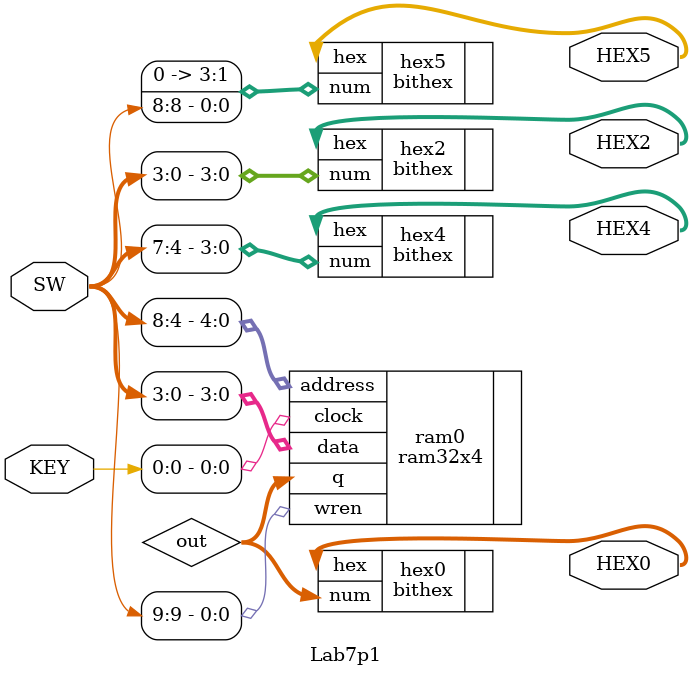
<source format=v>
`timescale 1ns / 1ns 
`include "ram32x4.v"
`include "EZ241.v"



module Lab7p1(
	input [9:0] SW,
	input [1:0] KEY,
	output [6:0] HEX0,
	output [6:0] HEX2,
	output [6:0] HEX4,
	output [6:0] HEX5);
	
	wire [3:0] out;
	
	ram32x4 ram0(
			.address(SW[8:4]),
			.clock(KEY[0]),
			.data(SW[3:0]),
			.wren(SW[9]),
			.q(out));
			
	bithex hex0(
			.num(out),
			.hex(HEX0));
			
	bithex hex2(
			.num(SW[3:0]),
			.hex(HEX2));
			
	bithex hex4(
			.num(SW[7:4]),
			.hex(HEX4));
			
	bithex hex5(
			.num({1'b0, 1'b0, 1'b0, SW[8]}),
			.hex(HEX5));
endmodule

</source>
